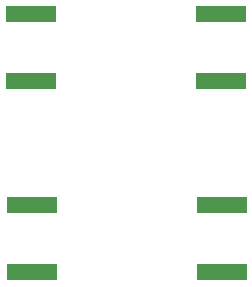
<source format=gbs>
%MOIN*%
%OFA0B0*%
%FSLAX46Y46*%
%IPPOS*%
%LPD*%
%ADD10R,0.16535433070866143X0.053149606299212608*%
%ADD21R,0.16535433070866143X0.053149606299212608*%
%LPD*%
G01*
D10*
X-0001100000Y0001450000D02*
X0000083000Y0000163779D03*
X0000083000Y0000386220D03*
X0000717000Y0000162779D03*
X0000717000Y0000385220D03*
G04 next file*
%LPD*%
G04 Gerber Fmt 4.6, Leading zero omitted, Abs format (unit mm)*
G04 Created by KiCad (PCBNEW (5.1.10)-1) date 2021-10-03 13:09:16*
G01*
G04 APERTURE LIST*
G04 APERTURE END LIST*
D21*
X-0001102362Y0002086614D02*
X0000080637Y0000800393D03*
X0000080637Y0001022834D03*
X0000714637Y0000799393D03*
X0000714637Y0001021834D03*
M02*
</source>
